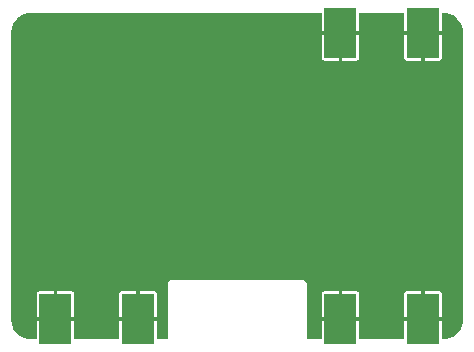
<source format=gbr>
G04 EAGLE Gerber RS-274X export*
G75*
%MOIN*%
%FSLAX34Y34*%
%LPD*%
%INBottom Copper*%
%IPPOS*%
%AMOC8*
5,1,8,0,0,1.08239X$1,22.5*%
G01*
%ADD10R,0.105000X0.165000*%
%ADD11C,0.023780*%

G36*
X970Y151D02*
X970Y151D01*
X971Y151D01*
X975Y152D01*
X979Y153D01*
X980Y153D01*
X981Y153D01*
X984Y155D01*
X987Y157D01*
X988Y158D01*
X989Y159D01*
X991Y161D01*
X994Y164D01*
X994Y165D01*
X995Y166D01*
X996Y170D01*
X997Y173D01*
X998Y174D01*
X998Y175D01*
X998Y180D01*
X998Y774D01*
X1594Y774D01*
X1595Y774D01*
X1596Y774D01*
X1600Y775D01*
X1604Y775D01*
X1605Y776D01*
X1606Y776D01*
X1609Y778D01*
X1612Y780D01*
X1613Y780D01*
X1614Y781D01*
X1616Y784D01*
X1619Y787D01*
X1619Y788D01*
X1620Y788D01*
X1621Y792D01*
X1622Y795D01*
X1623Y796D01*
X1623Y797D01*
X1623Y803D01*
X1623Y834D01*
X1625Y834D01*
X1625Y803D01*
X1625Y802D01*
X1625Y801D01*
X1626Y797D01*
X1626Y793D01*
X1627Y792D01*
X1627Y791D01*
X1629Y788D01*
X1631Y785D01*
X1632Y784D01*
X1632Y783D01*
X1635Y781D01*
X1638Y778D01*
X1639Y778D01*
X1640Y777D01*
X1643Y776D01*
X1647Y775D01*
X1648Y774D01*
X1649Y774D01*
X1654Y774D01*
X2250Y774D01*
X2250Y180D01*
X2250Y179D01*
X2250Y178D01*
X2251Y175D01*
X2251Y171D01*
X2252Y170D01*
X2252Y169D01*
X2254Y166D01*
X2256Y162D01*
X2257Y162D01*
X2257Y161D01*
X2260Y159D01*
X2263Y156D01*
X2264Y156D01*
X2265Y155D01*
X2268Y154D01*
X2272Y152D01*
X2273Y152D01*
X2274Y152D01*
X2279Y151D01*
X3721Y151D01*
X3722Y151D01*
X3723Y151D01*
X3727Y152D01*
X3730Y153D01*
X3731Y153D01*
X3732Y153D01*
X3735Y155D01*
X3739Y157D01*
X3739Y158D01*
X3740Y159D01*
X3743Y161D01*
X3745Y164D01*
X3746Y165D01*
X3746Y166D01*
X3748Y170D01*
X3749Y173D01*
X3749Y174D01*
X3750Y175D01*
X3750Y180D01*
X3750Y774D01*
X4346Y774D01*
X4347Y774D01*
X4348Y774D01*
X4352Y775D01*
X4355Y775D01*
X4356Y776D01*
X4357Y776D01*
X4360Y778D01*
X4364Y780D01*
X4365Y781D01*
X4368Y784D01*
X4370Y787D01*
X4371Y788D01*
X4373Y792D01*
X4374Y795D01*
X4374Y796D01*
X4375Y797D01*
X4375Y803D01*
X4375Y834D01*
X4377Y834D01*
X4377Y803D01*
X4377Y802D01*
X4377Y801D01*
X4378Y797D01*
X4378Y793D01*
X4379Y792D01*
X4379Y791D01*
X4381Y788D01*
X4383Y785D01*
X4383Y784D01*
X4384Y783D01*
X4387Y781D01*
X4390Y778D01*
X4391Y778D01*
X4391Y777D01*
X4395Y776D01*
X4398Y775D01*
X4399Y774D01*
X4400Y774D01*
X4406Y774D01*
X5002Y774D01*
X5002Y180D01*
X5002Y179D01*
X5002Y178D01*
X5003Y175D01*
X5003Y171D01*
X5004Y170D01*
X5004Y169D01*
X5006Y166D01*
X5008Y162D01*
X5009Y161D01*
X5012Y159D01*
X5015Y156D01*
X5016Y156D01*
X5016Y155D01*
X5020Y154D01*
X5023Y152D01*
X5024Y152D01*
X5025Y152D01*
X5031Y151D01*
X5332Y151D01*
X5333Y151D01*
X5334Y151D01*
X5337Y152D01*
X5341Y153D01*
X5342Y153D01*
X5343Y153D01*
X5346Y155D01*
X5350Y157D01*
X5350Y158D01*
X5351Y159D01*
X5353Y161D01*
X5356Y164D01*
X5356Y165D01*
X5357Y166D01*
X5358Y170D01*
X5360Y173D01*
X5360Y174D01*
X5360Y175D01*
X5361Y180D01*
X5361Y2031D01*
X5449Y2119D01*
X9905Y2119D01*
X9993Y2031D01*
X9993Y180D01*
X9993Y179D01*
X9993Y178D01*
X9994Y175D01*
X9995Y171D01*
X9995Y170D01*
X9996Y169D01*
X9998Y166D01*
X9999Y162D01*
X10000Y162D01*
X10001Y161D01*
X10004Y159D01*
X10006Y156D01*
X10007Y156D01*
X10008Y155D01*
X10012Y154D01*
X10015Y152D01*
X10016Y152D01*
X10017Y152D01*
X10023Y151D01*
X10469Y151D01*
X10470Y151D01*
X10471Y151D01*
X10475Y152D01*
X10479Y153D01*
X10480Y153D01*
X10481Y153D01*
X10484Y155D01*
X10487Y157D01*
X10488Y158D01*
X10489Y159D01*
X10491Y161D01*
X10494Y164D01*
X10494Y165D01*
X10495Y166D01*
X10496Y170D01*
X10497Y173D01*
X10498Y174D01*
X10498Y175D01*
X10498Y180D01*
X10498Y774D01*
X11094Y774D01*
X11095Y774D01*
X11096Y774D01*
X11100Y775D01*
X11104Y775D01*
X11105Y776D01*
X11106Y776D01*
X11109Y778D01*
X11112Y780D01*
X11113Y780D01*
X11114Y781D01*
X11116Y784D01*
X11119Y787D01*
X11119Y788D01*
X11120Y788D01*
X11121Y792D01*
X11122Y795D01*
X11123Y796D01*
X11123Y797D01*
X11123Y803D01*
X11123Y834D01*
X11125Y834D01*
X11125Y803D01*
X11125Y802D01*
X11125Y801D01*
X11126Y797D01*
X11126Y793D01*
X11127Y792D01*
X11127Y791D01*
X11129Y788D01*
X11131Y785D01*
X11132Y784D01*
X11132Y783D01*
X11135Y781D01*
X11138Y778D01*
X11139Y778D01*
X11140Y777D01*
X11143Y776D01*
X11147Y775D01*
X11148Y774D01*
X11149Y774D01*
X11154Y774D01*
X11750Y774D01*
X11750Y180D01*
X11750Y179D01*
X11750Y178D01*
X11751Y175D01*
X11751Y171D01*
X11752Y170D01*
X11752Y169D01*
X11754Y166D01*
X11756Y162D01*
X11757Y162D01*
X11757Y161D01*
X11760Y159D01*
X11763Y156D01*
X11764Y156D01*
X11765Y155D01*
X11768Y154D01*
X11772Y152D01*
X11773Y152D01*
X11774Y152D01*
X11779Y151D01*
X13221Y151D01*
X13222Y151D01*
X13223Y151D01*
X13227Y152D01*
X13230Y153D01*
X13231Y153D01*
X13232Y153D01*
X13235Y155D01*
X13239Y157D01*
X13239Y158D01*
X13240Y159D01*
X13243Y161D01*
X13245Y164D01*
X13246Y165D01*
X13246Y166D01*
X13248Y170D01*
X13249Y173D01*
X13249Y174D01*
X13250Y175D01*
X13250Y180D01*
X13250Y774D01*
X13846Y774D01*
X13847Y774D01*
X13848Y774D01*
X13852Y775D01*
X13855Y775D01*
X13856Y776D01*
X13857Y776D01*
X13860Y778D01*
X13864Y780D01*
X13865Y781D01*
X13868Y784D01*
X13870Y787D01*
X13871Y788D01*
X13873Y792D01*
X13874Y795D01*
X13874Y796D01*
X13875Y797D01*
X13875Y803D01*
X13875Y834D01*
X13877Y834D01*
X13877Y803D01*
X13877Y802D01*
X13877Y801D01*
X13878Y797D01*
X13878Y793D01*
X13879Y792D01*
X13879Y791D01*
X13881Y788D01*
X13883Y785D01*
X13883Y784D01*
X13884Y783D01*
X13887Y781D01*
X13890Y778D01*
X13891Y778D01*
X13891Y777D01*
X13895Y776D01*
X13898Y775D01*
X13899Y774D01*
X13900Y774D01*
X13906Y774D01*
X14502Y774D01*
X14502Y180D01*
X14502Y179D01*
X14502Y178D01*
X14503Y175D01*
X14503Y171D01*
X14504Y170D01*
X14504Y169D01*
X14506Y166D01*
X14508Y162D01*
X14509Y161D01*
X14512Y159D01*
X14515Y156D01*
X14516Y156D01*
X14516Y155D01*
X14520Y154D01*
X14523Y152D01*
X14524Y152D01*
X14525Y152D01*
X14531Y151D01*
X14567Y151D01*
X14568Y151D01*
X14569Y151D01*
X14664Y159D01*
X14665Y159D01*
X14666Y159D01*
X14671Y160D01*
X14852Y219D01*
X14853Y220D01*
X14855Y220D01*
X14860Y223D01*
X15013Y335D01*
X15015Y336D01*
X15016Y337D01*
X15020Y341D01*
X15132Y495D01*
X15132Y496D01*
X15134Y498D01*
X15136Y503D01*
X15194Y684D01*
X15195Y684D01*
X15195Y685D01*
X15196Y690D01*
X15203Y785D01*
X15203Y786D01*
X15203Y788D01*
X15203Y10394D01*
X15203Y10396D01*
X15196Y10491D01*
X15196Y10492D01*
X15194Y10498D01*
X15136Y10678D01*
X15135Y10680D01*
X15134Y10682D01*
X15132Y10687D01*
X15020Y10840D01*
X15019Y10842D01*
X15017Y10843D01*
X15013Y10847D01*
X14860Y10958D01*
X14858Y10959D01*
X14857Y10960D01*
X14852Y10963D01*
X14671Y11021D01*
X14670Y11021D01*
X14669Y11022D01*
X14664Y11023D01*
X14581Y11029D01*
X14580Y11029D01*
X14578Y11029D01*
X14531Y11029D01*
X14530Y11029D01*
X14529Y11029D01*
X14525Y11028D01*
X14521Y11028D01*
X14520Y11027D01*
X14519Y11027D01*
X14516Y11025D01*
X14513Y11023D01*
X14512Y11022D01*
X14511Y11022D01*
X14509Y11019D01*
X14506Y11016D01*
X14506Y11015D01*
X14505Y11014D01*
X14504Y11011D01*
X14503Y11007D01*
X14502Y11006D01*
X14502Y11005D01*
X14502Y11000D01*
X14502Y10426D01*
X13906Y10426D01*
X13905Y10426D01*
X13904Y10426D01*
X13900Y10425D01*
X13896Y10425D01*
X13895Y10424D01*
X13894Y10424D01*
X13891Y10422D01*
X13888Y10420D01*
X13887Y10420D01*
X13886Y10419D01*
X13884Y10416D01*
X13881Y10413D01*
X13881Y10412D01*
X13880Y10412D01*
X13879Y10408D01*
X13878Y10405D01*
X13877Y10404D01*
X13877Y10403D01*
X13877Y10397D01*
X13877Y10366D01*
X13875Y10366D01*
X13875Y10397D01*
X13875Y10398D01*
X13875Y10399D01*
X13874Y10403D01*
X13874Y10407D01*
X13873Y10408D01*
X13873Y10409D01*
X13871Y10412D01*
X13869Y10415D01*
X13868Y10416D01*
X13868Y10417D01*
X13865Y10419D01*
X13862Y10422D01*
X13861Y10422D01*
X13860Y10423D01*
X13857Y10424D01*
X13853Y10425D01*
X13852Y10426D01*
X13851Y10426D01*
X13846Y10426D01*
X13250Y10426D01*
X13250Y11000D01*
X13250Y11001D01*
X13250Y11002D01*
X13249Y11006D01*
X13249Y11009D01*
X13248Y11010D01*
X13248Y11011D01*
X13246Y11015D01*
X13244Y11018D01*
X13243Y11019D01*
X13240Y11022D01*
X13237Y11024D01*
X13236Y11025D01*
X13235Y11025D01*
X13232Y11027D01*
X13228Y11028D01*
X13227Y11028D01*
X13226Y11029D01*
X13221Y11029D01*
X11779Y11029D01*
X11778Y11029D01*
X11777Y11029D01*
X11773Y11028D01*
X11770Y11028D01*
X11769Y11027D01*
X11768Y11027D01*
X11765Y11025D01*
X11761Y11023D01*
X11761Y11022D01*
X11760Y11022D01*
X11757Y11019D01*
X11755Y11016D01*
X11754Y11015D01*
X11754Y11014D01*
X11752Y11011D01*
X11751Y11007D01*
X11751Y11006D01*
X11750Y11005D01*
X11750Y11000D01*
X11750Y10426D01*
X11154Y10426D01*
X11153Y10426D01*
X11152Y10426D01*
X11148Y10425D01*
X11145Y10425D01*
X11144Y10424D01*
X11143Y10424D01*
X11140Y10422D01*
X11136Y10420D01*
X11135Y10419D01*
X11132Y10416D01*
X11130Y10413D01*
X11129Y10412D01*
X11127Y10408D01*
X11126Y10405D01*
X11126Y10404D01*
X11125Y10403D01*
X11125Y10397D01*
X11125Y10366D01*
X11123Y10366D01*
X11123Y10397D01*
X11123Y10398D01*
X11123Y10399D01*
X11122Y10403D01*
X11122Y10407D01*
X11121Y10408D01*
X11121Y10409D01*
X11119Y10412D01*
X11117Y10415D01*
X11117Y10416D01*
X11116Y10417D01*
X11113Y10419D01*
X11110Y10422D01*
X11109Y10422D01*
X11109Y10423D01*
X11105Y10424D01*
X11102Y10425D01*
X11101Y10426D01*
X11100Y10426D01*
X11094Y10426D01*
X10498Y10426D01*
X10498Y11000D01*
X10498Y11001D01*
X10498Y11002D01*
X10497Y11006D01*
X10497Y11009D01*
X10496Y11010D01*
X10496Y11011D01*
X10494Y11015D01*
X10492Y11018D01*
X10492Y11019D01*
X10491Y11019D01*
X10488Y11022D01*
X10485Y11024D01*
X10484Y11025D01*
X10480Y11027D01*
X10477Y11028D01*
X10476Y11028D01*
X10475Y11029D01*
X10469Y11029D01*
X776Y11029D01*
X775Y11029D01*
X774Y11029D01*
X690Y11023D01*
X689Y11022D01*
X683Y11021D01*
X503Y10963D01*
X501Y10962D01*
X499Y10961D01*
X495Y10958D01*
X341Y10847D01*
X340Y10845D01*
X338Y10844D01*
X334Y10840D01*
X223Y10687D01*
X222Y10685D01*
X221Y10683D01*
X219Y10678D01*
X160Y10498D01*
X160Y10497D01*
X159Y10496D01*
X159Y10491D01*
X151Y10396D01*
X151Y10395D01*
X151Y10394D01*
X151Y788D01*
X151Y787D01*
X151Y785D01*
X159Y690D01*
X159Y689D01*
X160Y684D01*
X219Y503D01*
X219Y501D01*
X220Y499D01*
X223Y495D01*
X334Y341D01*
X336Y340D01*
X337Y338D01*
X341Y335D01*
X495Y223D01*
X496Y222D01*
X498Y221D01*
X503Y219D01*
X683Y160D01*
X684Y160D01*
X685Y160D01*
X690Y159D01*
X785Y151D01*
X786Y151D01*
X787Y151D01*
X969Y151D01*
X970Y151D01*
G37*
%LPC*%
G36*
X11183Y892D02*
X11183Y892D01*
X11183Y1759D01*
X11662Y1759D01*
X11688Y1752D01*
X11711Y1738D01*
X11730Y1720D01*
X11743Y1697D01*
X11750Y1671D01*
X11750Y892D01*
X11183Y892D01*
G37*
%LPD*%
%LPC*%
G36*
X13935Y892D02*
X13935Y892D01*
X13935Y1759D01*
X14414Y1759D01*
X14440Y1752D01*
X14463Y1738D01*
X14481Y1720D01*
X14495Y1697D01*
X14502Y1671D01*
X14502Y892D01*
X13935Y892D01*
G37*
%LPD*%
%LPC*%
G36*
X1683Y892D02*
X1683Y892D01*
X1683Y1759D01*
X2162Y1759D01*
X2188Y1752D01*
X2211Y1738D01*
X2230Y1720D01*
X2243Y1697D01*
X2250Y1671D01*
X2250Y892D01*
X1683Y892D01*
G37*
%LPD*%
%LPC*%
G36*
X4435Y892D02*
X4435Y892D01*
X4435Y1759D01*
X4914Y1759D01*
X4940Y1752D01*
X4963Y1738D01*
X4981Y1720D01*
X4995Y1697D01*
X5002Y1671D01*
X5002Y892D01*
X4435Y892D01*
G37*
%LPD*%
%LPC*%
G36*
X13935Y9441D02*
X13935Y9441D01*
X13935Y10308D01*
X14502Y10308D01*
X14502Y9529D01*
X14499Y9518D01*
X14495Y9503D01*
X14481Y9480D01*
X14463Y9462D01*
X14440Y9448D01*
X14414Y9441D01*
X13935Y9441D01*
G37*
%LPD*%
%LPC*%
G36*
X11183Y9441D02*
X11183Y9441D01*
X11183Y10308D01*
X11750Y10308D01*
X11750Y9529D01*
X11747Y9518D01*
X11743Y9503D01*
X11730Y9480D01*
X11711Y9462D01*
X11688Y9448D01*
X11662Y9441D01*
X11183Y9441D01*
G37*
%LPD*%
%LPC*%
G36*
X13250Y892D02*
X13250Y892D01*
X13250Y1671D01*
X13257Y1697D01*
X13270Y1720D01*
X13289Y1738D01*
X13312Y1752D01*
X13338Y1759D01*
X13817Y1759D01*
X13817Y892D01*
X13250Y892D01*
G37*
%LPD*%
%LPC*%
G36*
X10498Y892D02*
X10498Y892D01*
X10498Y1671D01*
X10505Y1697D01*
X10519Y1720D01*
X10537Y1738D01*
X10560Y1752D01*
X10586Y1759D01*
X11065Y1759D01*
X11065Y892D01*
X10498Y892D01*
G37*
%LPD*%
%LPC*%
G36*
X3750Y892D02*
X3750Y892D01*
X3750Y1671D01*
X3757Y1697D01*
X3770Y1720D01*
X3789Y1738D01*
X3812Y1752D01*
X3838Y1759D01*
X4317Y1759D01*
X4317Y892D01*
X3750Y892D01*
G37*
%LPD*%
%LPC*%
G36*
X998Y892D02*
X998Y892D01*
X998Y1671D01*
X1005Y1697D01*
X1019Y1720D01*
X1037Y1738D01*
X1060Y1752D01*
X1086Y1759D01*
X1565Y1759D01*
X1565Y892D01*
X998Y892D01*
G37*
%LPD*%
%LPC*%
G36*
X13338Y9441D02*
X13338Y9441D01*
X13312Y9448D01*
X13289Y9462D01*
X13270Y9480D01*
X13257Y9503D01*
X13250Y9529D01*
X13250Y10308D01*
X13817Y10308D01*
X13817Y9441D01*
X13338Y9441D01*
G37*
%LPD*%
%LPC*%
G36*
X10586Y9441D02*
X10586Y9441D01*
X10560Y9448D01*
X10537Y9462D01*
X10519Y9480D01*
X10505Y9503D01*
X10498Y9529D01*
X10498Y10308D01*
X11065Y10308D01*
X11065Y9441D01*
X10586Y9441D01*
G37*
%LPD*%
D10*
X11124Y10367D03*
X13876Y10367D03*
X13876Y833D03*
X11124Y833D03*
X4376Y833D03*
X1624Y833D03*
D11*
X4750Y6000D03*
M02*

</source>
